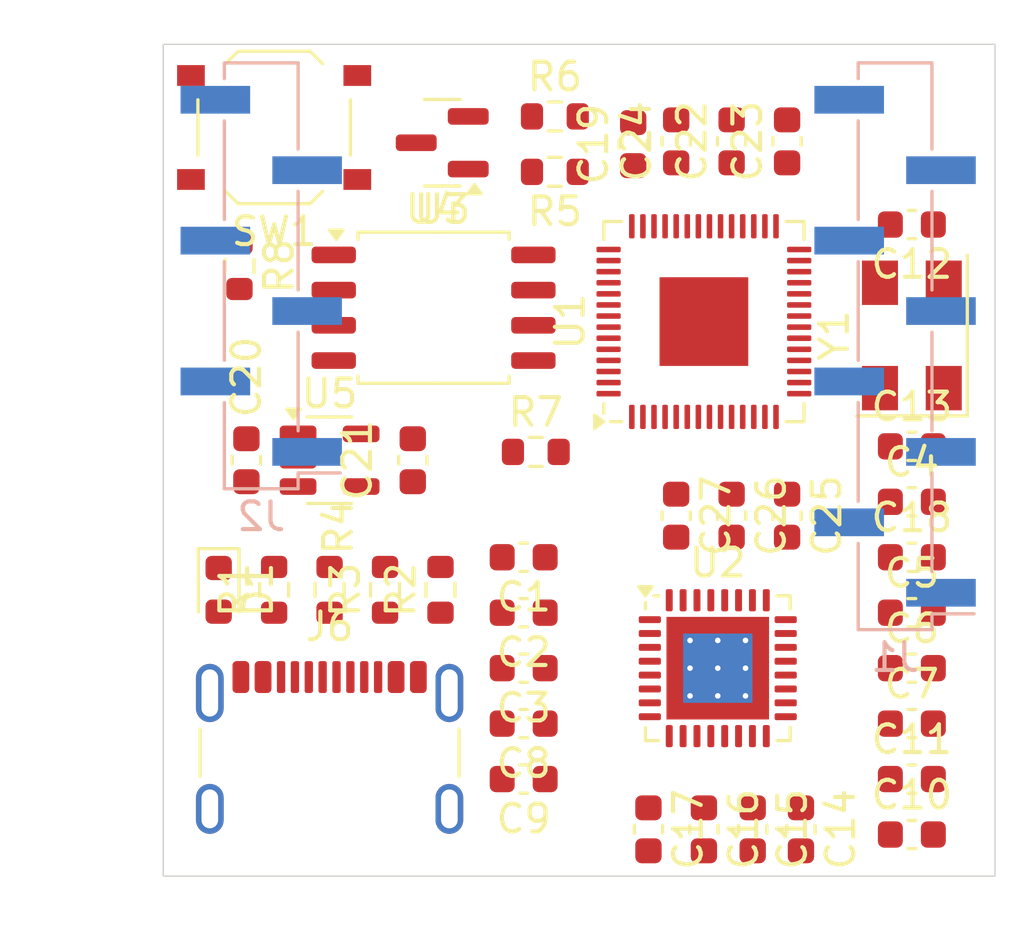
<source format=kicad_pcb>
(kicad_pcb (version 20240108) (generator "pcbnew") (generator_version "8.0")
  (layers (0 "F.Cu" signal) (31 "B.Cu" signal) (34 "B.Paste" user) (35 "F.Paste" user) (36 "B.SilkS" user "B.Silkscreen") (37 "F.SilkS" user "F.Silkscreen") (38 "B.Mask" user) (39 "F.Mask" user) (44 "Edge.Cuts" user))
  (net 0 "")
  (net 3 "/adc_4")
  (net 5 "GND")
  (net 6 "/MCLK")
  (net 7 "/SDOUT1")
  (net 8 "+3V3")
  (net 9 "/adc_2")
  (net 10 "Net-(U1-ADC_AVDD)")
  (net 13 "Net-(U1-USB_DM)")
  (net 16 "/adc_3")
  (net 17 "/SDA")
  (net 20 "Net-(U1-XOUT)")
  (net 22 "Net-(U1-XIN)")
  (net 23 "/SDIN1")
  (net 24 "/LRCK")
  (net 26 "/adc_1")
  (net 28 "/SDOUT2")
  (net 29 "/SDIN2")
  (net 30 "Net-(U1-VREG_VOUT)")
  (net 32 "/BICK")
  (net 34 "/RESET")
  (net 38 "/SCL")
  (net 41 "Net-(U1-USB_DP)")
  (net 42 "+3.3VA")
  (net 43 "+1V8")
  (net 44 "Net-(U2-AIN2R)")
  (net 45 "Net-(U2-AIN4L)")
  (net 46 "/SI")
  (net 47 "Net-(U2-AIN2L)")
  (net 48 "/OUT3")
  (net 49 "Net-(U2-VCOM)")
  (net 50 "Net-(U2-AIN1R)")
  (net 51 "/OUT2")
  (net 52 "Net-(U2-AIN4R)")
  (net 53 "/OUT4")
  (net 54 "/CAD")
  (net 55 "Net-(U2-AVDRV)")
  (net 56 "Net-(U2-AIN5R)")
  (net 57 "Net-(U2-VREFH)")
  (net 58 "Net-(U2-AIN1L)")
  (net 59 "/OUT1")
  (net 60 "Net-(U2-AIN5L)")
  (net 61 "/V_ADC")
  (net 62 "/IN1")
  (net 63 "/IN2")
  (net 64 "/IN3")
  (net 65 "/IN4")
  (net 66 "+5V")
  (net 67 "Net-(D1-A)")
  (net 68 "/USB_DP")
  (net 69 "/USB_DM")
  (net 70 "Net-(R7-Pad1)")
  (net 71 "/QSPI_CS")
  (net 72 "/QSPI_CLK")
  (net 73 "/QSPI_SD2")
  (net 74 "/QSPI_SD1")
  (net 75 "/QSPI_SD3")
  (net 76 "/QSPI_SD0")
  (net 77 "/PDN")
  (net 78 "Net-(J6-CC2)")
  (net 79 "Net-(J6-CC1)")
  (net 80 "+3.3V")
  (footprint "Capacitor_SMD:C_0603_1608Metric" (layer "F.Cu") (at 154.66 98.8125 -90)
    (property "Reference" "C17" (at 0 -1.43 90) (layer "F.SilkS"))
    (property "Value" "2u2")
    (fp_line (start -0.14058 0.51) (end 0.14058 0.51) (stroke (width 0.12)) (layer "F.SilkS"))
    (fp_line (start -0.14058 -0.51) (end 0.14058 -0.51) (stroke (width 0.12)) (layer "F.SilkS"))
    (pad "1" smd roundrect (at -0.775 0 270) (size 0.9 0.95) (layers "F.Cu" "F.Paste" "F.Mask") (net 52 "Net-(U2-AIN4R)"))
    (pad "2" smd roundrect (at 0.775 0 270) (size 0.9 0.95) (layers "F.Cu" "F.Paste" "F.Mask") (net 65 "/IN4"))
  )
  (footprint "Capacitor_SMD:C_0603_1608Metric" (layer "F.Cu") (at 154.11 74.1 90)
    (property "Reference" "C19" (at 0 -1.43 -90) (layer "F.SilkS"))
    (property "Value" "10u")
    (fp_line (start -0.14058 -0.51) (end 0.14058 -0.51) (stroke (width 0.12)) (layer "F.SilkS"))
    (fp_line (start -0.14058 0.51) (end 0.14058 0.51) (stroke (width 0.12)) (layer "F.SilkS"))
    (pad "1" smd roundrect (at -0.775 0 90) (size 0.9 0.95) (layers "F.Cu" "F.Paste" "F.Mask") (net 10 "Net-(U1-ADC_AVDD)"))
    (pad "2" smd roundrect (at 0.775 0 90) (size 0.9 0.95) (layers "F.Cu" "F.Paste" "F.Mask") (net 5 "GND"))
  )
  (footprint "Capacitor_SMD:C_0603_1608Metric" (layer "F.Cu") (at 155.66 74 90)
    (property "Reference" "C24" (at 0 -1.43 -90) (layer "F.SilkS"))
    (property "Value" "10u")
    (fp_line (start -0.14058 -0.51) (end 0.14058 -0.51) (stroke (width 0.12)) (layer "F.SilkS"))
    (fp_line (start -0.14058 0.51) (end 0.14058 0.51) (stroke (width 0.12)) (layer "F.SilkS"))
    (pad "1" smd roundrect (at -0.775 0 90) (size 0.9 0.95) (layers "F.Cu" "F.Paste" "F.Mask") (net 8 "+3V3"))
    (pad "2" smd roundrect (at 0.775 0 90) (size 0.9 0.95) (layers "F.Cu" "F.Paste" "F.Mask") (net 5 "GND"))
  )
  (footprint "Capacitor_SMD:C_0603_1608Metric" (layer "F.Cu") (at 150.16 97 180)
    (property "Reference" "C9" (at 0 -1.43 180) (layer "F.SilkS"))
    (property "Value" "100n")
    (fp_line (start -0.14058 0.51) (end 0.14058 0.51) (stroke (width 0.12)) (layer "F.SilkS"))
    (fp_line (start -0.14058 -0.51) (end 0.14058 -0.51) (stroke (width 0.12)) (layer "F.SilkS"))
    (pad "1" smd roundrect (at -0.775 0 180) (size 0.9 0.95) (layers "F.Cu" "F.Paste" "F.Mask") (net 60 "Net-(U2-AIN5L)"))
    (pad "2" smd roundrect (at 0.775 0 180) (size 0.9 0.95) (layers "F.Cu" "F.Paste" "F.Mask") (net 5 "GND"))
  )
  (footprint "Resistor_SMD:R_0603_1608Metric" (layer "F.Cu") (at 145.16 90.175 90)
    (property "Reference" "R3" (at 0 -1.43 -90) (layer "F.SilkS"))
    (property "Value" "22")
    (fp_line (start -0.237258 -0.5225) (end 0.237258 -0.5225) (stroke (width 0.12)) (layer "F.SilkS"))
    (fp_line (start -0.237258 0.5225) (end 0.237258 0.5225) (stroke (width 0.12)) (layer "F.SilkS"))
    (pad "1" smd roundrect (at -0.825 0 90) (size 0.8 0.95) (layers "F.Cu" "F.Paste" "F.Mask") (net 68 "/USB_DP"))
    (pad "2" smd roundrect (at 0.825 0 90) (size 0.8 0.95) (layers "F.Cu" "F.Paste" "F.Mask") (net 41 "Net-(U1-USB_DP)"))
  )
  (footprint "Resistor_SMD:R_0603_1608Metric" (layer "F.Cu") (at 150.5975 85.2)
    (property "Reference" "R7" (at 0 -1.43 0) (layer "F.SilkS"))
    (property "Value" "1k")
    (fp_line (start -0.237258 -0.5225) (end 0.237258 -0.5225) (stroke (width 0.12)) (layer "F.SilkS"))
    (fp_line (start -0.237258 0.5225) (end 0.237258 0.5225) (stroke (width 0.12)) (layer "F.SilkS"))
    (pad "1" smd roundrect (at -0.825 0) (size 0.8 0.95) (layers "F.Cu" "F.Paste" "F.Mask") (net 70 "Net-(R7-Pad1)"))
    (pad "2" smd roundrect (at 0.825 0) (size 0.8 0.95) (layers "F.Cu" "F.Paste" "F.Mask") (net 5 "GND"))
  )
  (footprint "Capacitor_SMD:C_0603_1608Metric" (layer "F.Cu") (at 150.16 91 180)
    (property "Reference" "C2" (at 0 -1.43 180) (layer "F.SilkS"))
    (property "Value" "100n")
    (fp_line (start -0.14058 0.51) (end 0.14058 0.51) (stroke (width 0.12)) (layer "F.SilkS"))
    (fp_line (start -0.14058 -0.51) (end 0.14058 -0.51) (stroke (width 0.12)) (layer "F.SilkS"))
    (pad "1" smd roundrect (at -0.775 0 180) (size 0.9 0.95) (layers "F.Cu" "F.Paste" "F.Mask") (net 43 "+1V8"))
    (pad "2" smd roundrect (at 0.775 0 180) (size 0.9 0.95) (layers "F.Cu" "F.Paste" "F.Mask") (net 5 "GND"))
  )
  (footprint "Resistor_SMD:R_0603_1608Metric" (layer "F.Cu") (at 143.16 90.175 90)
    (property "Reference" "R4" (at 2.26 0.31 -90) (layer "F.SilkS"))
    (property "Value" "22")
    (fp_line (start -0.237258 -0.5225) (end 0.237258 -0.5225) (stroke (width 0.12)) (layer "F.SilkS"))
    (fp_line (start -0.237258 0.5225) (end 0.237258 0.5225) (stroke (width 0.12)) (layer "F.SilkS"))
    (pad "1" smd roundrect (at -0.825 0 90) (size 0.8 0.95) (layers "F.Cu" "F.Paste" "F.Mask") (net 13 "Net-(U1-USB_DM)"))
    (pad "2" smd roundrect (at 0.825 0 90) (size 0.8 0.95) (layers "F.Cu" "F.Paste" "F.Mask") (net 69 "/USB_DM"))
  )
  (footprint "Capacitor_SMD:C_0603_1608Metric" (layer "F.Cu") (at 164.16 91)
    (property "Reference" "C5" (at 0 -1.43 0) (layer "F.SilkS"))
    (property "Value" "100n")
    (fp_line (start -0.14058 -0.51) (end 0.14058 -0.51) (stroke (width 0.12)) (layer "F.SilkS"))
    (fp_line (start -0.14058 0.51) (end 0.14058 0.51) (stroke (width 0.12)) (layer "F.SilkS"))
    (pad "1" smd roundrect (at -0.775 0) (size 0.9 0.95) (layers "F.Cu" "F.Paste" "F.Mask") (net 42 "+3.3VA"))
    (pad "2" smd roundrect (at 0.775 0) (size 0.9 0.95) (layers "F.Cu" "F.Paste" "F.Mask") (net 5 "GND"))
  )
  (footprint "Button_Switch_SMD:SW_Push_1P1T_XKB_TS-1187A" (layer "F.Cu") (at 141.16 73.5 180)
    (property "Reference" "SW1" (at 0 -3.75 180) (layer "F.SilkS"))
    (property "Value" "SW_Push")
    (fp_line (start 2.75 -1) (end 2.75 1) (stroke (width 0.12)) (layer "F.SilkS"))
    (fp_line (start 1.75 2.3) (end 1.3 2.75) (stroke (width 0.12)) (layer "F.SilkS"))
    (fp_line (start 1.75 -2.3) (end 1.3 -2.75) (stroke (width 0.12)) (layer "F.SilkS"))
    (fp_line (start -1.3 2.75) (end 1.3 2.75) (stroke (width 0.12)) (layer "F.SilkS"))
    (fp_line (start -1.3 -2.75) (end 1.3 -2.75) (stroke (width 0.12)) (layer "F.SilkS"))
    (fp_line (start -1.75 2.3) (end -1.3 2.75) (stroke (width 0.12)) (layer "F.SilkS"))
    (fp_line (start -1.75 -2.3) (end -1.3 -2.75) (stroke (width 0.12)) (layer "F.SilkS"))
    (fp_line (start -2.75 -1) (end -2.75 1) (stroke (width 0.12)) (layer "F.SilkS"))
    (pad "1" smd rect (at -3 -1.875 180) (size 1 0.75) (layers "F.Cu" "F.Paste" "F.Mask") (net 70 "Net-(R7-Pad1)"))
    (pad "1" smd rect (at 3 -1.875 180) (size 1 0.75) (layers "F.Cu" "F.Paste" "F.Mask") (net 70 "Net-(R7-Pad1)"))
    (pad "2" smd rect (at -3 1.875 180) (size 1 0.75) (layers "F.Cu" "F.Paste" "F.Mask") (net 71 "/QSPI_CS"))
    (pad "2" smd rect (at 3 1.875 180) (size 1 0.75) (layers "F.Cu" "F.Paste" "F.Mask") (net 71 "/QSPI_CS"))
  )
  (footprint "Resistor_SMD:R_0603_1608Metric" (layer "F.Cu") (at 139.91 78.5 -90)
    (property "Reference" "R8" (at 0 -1.43 90) (layer "F.SilkS"))
    (property "Value" "10k")
    (fp_line (start -0.237258 0.5225) (end 0.237258 0.5225) (stroke (width 0.12)) (layer "F.SilkS"))
    (fp_line (start -0.237258 -0.5225) (end 0.237258 -0.5225) (stroke (width 0.12)) (layer "F.SilkS"))
    (pad "1" smd roundrect (at -0.825 0 270) (size 0.8 0.95) (layers "F.Cu" "F.Paste" "F.Mask") (net 8 "+3V3"))
    (pad "2" smd roundrect (at 0.825 0 270) (size 0.8 0.95) (layers "F.Cu" "F.Paste" "F.Mask") (net 71 "/QSPI_CS"))
  )
  (footprint "Package_TO_SOT_SMD:SOT-23" (layer "F.Cu") (at 147.2225 74.05 180)
    (property "Reference" "U3" (at 0 -2.4 180) (layer "F.SilkS"))
    (property "Value" "LM4040DBZ-3")
    (fp_line (start 0 1.56) (end 0.65 1.56) (stroke (width 0.12)) (layer "F.SilkS"))
    (fp_line (start 0 1.56) (end -0.65 1.56) (stroke (width 0.12)) (layer "F.SilkS"))
    (fp_line (start 0 -1.56) (end 0.65 -1.56) (stroke (width 0.12)) (layer "F.SilkS"))
    (fp_line (start 0 -1.56) (end -0.65 -1.56) (stroke (width 0.12)) (layer "F.SilkS"))
    (fp_poly (pts (xy -1.1625 -1.51) (xy -1.4025 -1.84) (xy -0.9225 -1.84) (xy -1.1625 -1.51)) (stroke (width 0.12)) (fill solid) (layer "F.SilkS"))
    (pad "1" smd roundrect (at -0.9375 -0.95 180) (size 1.475 0.6) (layers "F.Cu" "F.Paste" "F.Mask") (net 61 "/V_ADC"))
    (pad "2" smd roundrect (at -0.9375 0.95 180) (size 1.475 0.6) (layers "F.Cu" "F.Paste" "F.Mask") (net 5 "GND"))
    (pad "3" smd roundrect (at 0.9375 0 180) (size 1.475 0.6) (layers "F.Cu" "F.Paste" "F.Mask"))
  )
  (footprint "Capacitor_SMD:C_0603_1608Metric" (layer "F.Cu") (at 164.16 85)
    (property "Reference" "C13" (at 0 -1.43 0) (layer "F.SilkS"))
    (property "Value" "C")
    (fp_line (start -0.14058 -0.51) (end 0.14058 -0.51) (stroke (width 0.12)) (layer "F.SilkS"))
    (fp_line (start -0.14058 0.51) (end 0.14058 0.51) (stroke (width 0.12)) (layer "F.SilkS"))
    (pad "1" smd roundrect (at -0.775 0) (size 0.9 0.95) (layers "F.Cu" "F.Paste" "F.Mask") (net 5 "GND"))
    (pad "2" smd roundrect (at 0.775 0) (size 0.9 0.95) (layers "F.Cu" "F.Paste" "F.Mask") (net 22 "Net-(U1-XIN)"))
  )
  (footprint "Package_SO:SOIC-8_5.23x5.23mm_P1.27mm" (layer "F.Cu") (at 146.91 80)
    (property "Reference" "U4" (at 0 -3.56 360) (layer "F.SilkS"))
    (property "Value" "W25Q16JVUXIQ")
    (fp_line (start -2.725 -2.725) (end -2.725 -2.465) (stroke (width 0.12)) (layer "F.SilkS"))
    (fp_line (start -2.725 2.725) (end -2.725 2.465) (stroke (width 0.12)) (layer "F.SilkS"))
    (fp_line (start 0 -2.725) (end -2.725 -2.725) (stroke (width 0.12)) (layer "F.SilkS"))
    (fp_line (start 0 -2.725) (end 2.725 -2.725) (stroke (width 0.12)) (layer "F.SilkS"))
    (fp_line (start 0 2.725) (end -2.725 2.725) (stroke (width 0.12)) (layer "F.SilkS"))
    (fp_line (start 0 2.725) (end 2.725 2.725) (stroke (width 0.12)) (layer "F.SilkS"))
    (fp_line (start 2.725 -2.725) (end 2.725 -2.465) (stroke (width 0.12)) (layer "F.SilkS"))
    (fp_line (start 2.725 2.725) (end 2.725 2.465) (stroke (width 0.12)) (layer "F.SilkS"))
    (fp_poly (pts (xy -3.5075 -2.465) (xy -3.7475 -2.795) (xy -3.2675 -2.795) (xy -3.5075 -2.465)) (stroke (width 0.12)) (fill solid) (layer "F.SilkS"))
    (pad "1" smd roundrect (at -3.6 -1.905) (size 1.6 0.6) (layers "F.Cu" "F.Paste" "F.Mask") (net 71 "/QSPI_CS"))
    (pad "2" smd roundrect (at -3.6 -0.635) (size 1.6 0.6) (layers "F.Cu" "F.Paste" "F.Mask") (net 74 "/QSPI_SD1"))
    (pad "3" smd roundrect (at -3.6 0.635) (size 1.6 0.6) (layers "F.Cu" "F.Paste" "F.Mask") (net 73 "/QSPI_SD2"))
    (pad "4" smd roundrect (at -3.6 1.905) (size 1.6 0.6) (layers "F.Cu" "F.Paste" "F.Mask") (net 5 "GND"))
    (pad "5" smd roundrect (at 3.6 1.905) (size 1.6 0.6) (layers "F.Cu" "F.Paste" "F.Mask") (net 76 "/QSPI_SD0"))
    (pad "6" smd roundrect (at 3.6 0.635) (size 1.6 0.6) (layers "F.Cu" "F.Paste" "F.Mask") (net 72 "/QSPI_CLK"))
    (pad "7" smd roundrect (at 3.6 -0.635) (size 1.6 0.6) (layers "F.Cu" "F.Paste" "F.Mask") (net 75 "/QSPI_SD3"))
    (pad "8" smd roundrect (at 3.6 -1.905) (size 1.6 0.6) (layers "F.Cu" "F.Paste" "F.Mask") (net 8 "+3V3"))
  )
  (footprint "Resistor_SMD:R_0603_1608Metric" (layer "F.Cu") (at 147.16 90.175 90)
    (property "Reference" "R2" (at 0 -1.43 -90) (layer "F.SilkS"))
    (property "Value" "5k1")
    (fp_line (start -0.237258 -0.5225) (end 0.237258 -0.5225) (stroke (width 0.12)) (layer "F.SilkS"))
    (fp_line (start -0.237258 0.5225) (end 0.237258 0.5225) (stroke (width 0.12)) (layer "F.SilkS"))
    (pad "1" smd roundrect (at -0.825 0 90) (size 0.8 0.95) (layers "F.Cu" "F.Paste" "F.Mask") (net 78 "Net-(J6-CC2)"))
    (pad "2" smd roundrect (at 0.825 0 90) (size 0.8 0.95) (layers "F.Cu" "F.Paste" "F.Mask") (net 5 "GND"))
  )
  (footprint "Resistor_SMD:R_0603_1608Metric" (layer "F.Cu") (at 151.285 73.1)
    (property "Reference" "R6" (at 0 -1.43 0) (layer "F.SilkS"))
    (property "Value" "200r")
    (fp_line (start -0.237258 -0.5225) (end 0.237258 -0.5225) (stroke (width 0.12)) (layer "F.SilkS"))
    (fp_line (start -0.237258 0.5225) (end 0.237258 0.5225) (stroke (width 0.12)) (layer "F.SilkS"))
    (pad "1" smd roundrect (at -0.825 0) (size 0.8 0.95) (layers "F.Cu" "F.Paste" "F.Mask") (net 61 "/V_ADC"))
    (pad "2" smd roundrect (at 0.825 0) (size 0.8 0.95) (layers "F.Cu" "F.Paste" "F.Mask") (net 8 "+3V3"))
  )
  (footprint "Capacitor_SMD:C_0603_1608Metric" (layer "F.Cu") (at 158.42 98.8125 -90)
    (property "Reference" "C15" (at 0 -1.43 90) (layer "F.SilkS"))
    (property "Value" "2u2")
    (fp_line (start -0.14058 0.51) (end 0.14058 0.51) (stroke (width 0.12)) (layer "F.SilkS"))
    (fp_line (start -0.14058 -0.51) (end 0.14058 -0.51) (stroke (width 0.12)) (layer "F.SilkS"))
    (pad "1" smd roundrect (at -0.775 0 270) (size 0.9 0.95) (layers "F.Cu" "F.Paste" "F.Mask") (net 50 "Net-(U2-AIN1R)"))
    (pad "2" smd roundrect (at 0.775 0 270) (size 0.9 0.95) (layers "F.Cu" "F.Paste" "F.Mask") (net 63 "/IN2"))
  )
  (footprint "Crystal:Crystal_SMD_Abracon_ABM3C-4Pin_5.0x3.2mm" (layer "F.Cu") (at 164.16 81 90)
    (property "Reference" "Y1" (at 0 -2.8 -90) (layer "F.SilkS"))
    (property "Value" "Crystal_GND24")
    (fp_line (start -2.9 -2) (end -2.9 2) (stroke (width 0.12)) (layer "F.SilkS"))
    (fp_line (start -2.9 2) (end 2.9 2) (stroke (width 0.12)) (layer "F.SilkS"))
    (pad "1" smd rect (at -1.9 1.15 90) (size 1.6 1.3) (layers "F.Cu" "F.Paste" "F.Mask") (net 22 "Net-(U1-XIN)"))
    (pad "2" smd rect (at 1.9 1.15 90) (size 1.6 1.3) (layers "F.Cu" "F.Paste" "F.Mask") (net 5 "GND"))
    (pad "3" smd rect (at 1.9 -1.15 90) (size 1.6 1.3) (layers "F.Cu" "F.Paste" "F.Mask") (net 20 "Net-(U1-XOUT)"))
    (pad "4" smd rect (at -1.9 -1.15 90) (size 1.6 1.3) (layers "F.Cu" "F.Paste" "F.Mask") (net 5 "GND"))
  )
  (footprint "Capacitor_SMD:C_0603_1608Metric" (layer "F.Cu") (at 155.66 87.5 -90)
    (property "Reference" "C27" (at 0 -1.43 90) (layer "F.SilkS"))
    (property "Value" "10u")
    (fp_line (start -0.14058 0.51) (end 0.14058 0.51) (stroke (width 0.12)) (layer "F.SilkS"))
    (fp_line (start -0.14058 -0.51) (end 0.14058 -0.51) (stroke (width 0.12)) (layer "F.SilkS"))
    (pad "1" smd roundrect (at -0.775 0 270) (size 0.9 0.95) (layers "F.Cu" "F.Paste" "F.Mask") (net 8 "+3V3"))
    (pad "2" smd roundrect (at 0.775 0 270) (size 0.9 0.95) (layers "F.Cu" "F.Paste" "F.Mask") (net 5 "GND"))
  )
  (footprint "Capacitor_SMD:C_0603_1608Metric" (layer "F.Cu") (at 146.16 85.5 -90)
    (property "Reference" "C21" (at 0 2 90) (layer "F.SilkS"))
    (property "Value" "100n")
    (fp_line (start -0.14058 0.51) (end 0.14058 0.51) (stroke (width 0.12)) (layer "F.SilkS"))
    (fp_line (start -0.14058 -0.51) (end 0.14058 -0.51) (stroke (width 0.12)) (layer "F.SilkS"))
    (pad "1" smd roundrect (at -0.775 0 270) (size 0.9 0.95) (layers "F.Cu" "F.Paste" "F.Mask") (net 80 "+3.3V"))
    (pad "2" smd roundrect (at 0.775 0 270) (size 0.9 0.95) (layers "F.Cu" "F.Paste" "F.Mask") (net 5 "GND"))
  )
  (footprint "Capacitor_SMD:C_0603_1608Metric" (layer "F.Cu") (at 156.66 98.8125 -90)
    (property "Reference" "C16" (at 0 -1.43 90) (layer "F.SilkS"))
    (property "Value" "2u2")
    (fp_line (start -0.14058 0.51) (end 0.14058 0.51) (stroke (width 0.12)) (layer "F.SilkS"))
    (fp_line (start -0.14058 -0.51) (end 0.14058 -0.51) (stroke (width 0.12)) (layer "F.SilkS"))
    (pad "1" smd roundrect (at -0.775 0 270) (size 0.9 0.95) (layers "F.Cu" "F.Paste" "F.Mask") (net 45 "Net-(U2-AIN4L)"))
    (pad "2" smd roundrect (at 0.775 0 270) (size 0.9 0.95) (layers "F.Cu" "F.Paste" "F.Mask") (net 64 "/IN3"))
  )
  (footprint "Capacitor_SMD:C_0603_1608Metric" (layer "F.Cu") (at 150.16 93 180)
    (property "Reference" "C3" (at 0 -1.43 180) (layer "F.SilkS"))
    (property "Value" "2u2")
    (fp_line (start -0.14058 0.51) (end 0.14058 0.51) (stroke (width 0.12)) (layer "F.SilkS"))
    (fp_line (start -0.14058 -0.51) (end 0.14058 -0.51) (stroke (width 0.12)) (layer "F.SilkS"))
    (pad "1" smd roundrect (at -0.775 0 180) (size 0.9 0.95) (layers "F.Cu" "F.Paste" "F.Mask") (net 55 "Net-(U2-AVDRV)"))
    (pad "2" smd roundrect (at 0.775 0 180) (size 0.9 0.95) (layers "F.Cu" "F.Paste" "F.Mask") (net 5 "GND"))
  )
  (footprint "Capacitor_SMD:C_0603_1608Metric" (layer "F.Cu") (at 164.16 95)
    (property "Reference" "C7" (at 0 -1.43 0) (layer "F.SilkS"))
    (property "Value" "2u2")
    (fp_line (start -0.14058 -0.51) (end 0.14058 -0.51) (stroke (width 0.12)) (layer "F.SilkS"))
    (fp_line (start -0.14058 0.51) (end 0.14058 0.51) (stroke (width 0.12)) (layer "F.SilkS"))
    (pad "1" smd roundrect (at -0.775 0) (size 0.9 0.95) (layers "F.Cu" "F.Paste" "F.Mask") (net 49 "Net-(U2-VCOM)"))
    (pad "2" smd roundrect (at 0.775 0) (size 0.9 0.95) (layers "F.Cu" "F.Paste" "F.Mask") (net 5 "GND"))
  )
  (footprint "Capacitor_SMD:C_0603_1608Metric" (layer "F.Cu") (at 140.16 85.5 -90)
    (property "Reference" "C20" (at -3 0 90) (layer "F.SilkS"))
    (property "Value" "100n")
    (fp_line (start -0.14058 0.51) (end 0.14058 0.51) (stroke (width 0.12)) (layer "F.SilkS"))
    (fp_line (start -0.14058 -0.51) (end 0.14058 -0.51) (stroke (width 0.12)) (layer "F.SilkS"))
    (pad "1" smd roundrect (at -0.775 0 270) (size 0.9 0.95) (layers "F.Cu" "F.Paste" "F.Mask") (net 66 "+5V"))
    (pad "2" smd roundrect (at 0.775 0 270) (size 0.9 0.95) (layers "F.Cu" "F.Paste" "F.Mask") (net 5 "GND"))
  )
  (footprint "Package_TO_SOT_SMD:SOT-23-5" (layer "F.Cu") (at 143.16 85.5)
    (property "Reference" "U5" (at 0 -2.4 0) (layer "F.SilkS"))
    (property "Value" "AP2112K-3.3")
    (fp_line (start 0 -1.56) (end -0.8 -1.56) (stroke (width 0.12)) (layer "F.SilkS"))
    (fp_line (start 0 -1.56) (end 0.8 -1.56) (stroke (width 0.12)) (layer "F.SilkS"))
    (fp_line (start 0 1.56) (end -0.8 1.56) (stroke (width 0.12)) (layer "F.SilkS"))
    (fp_line (start 0 1.56) (end 0.8 1.56) (stroke (width 0.12)) (layer "F.SilkS"))
    (fp_poly (pts (xy -1.3 -1.51) (xy -1.54 -1.84) (xy -1.06 -1.84) (xy -1.3 -1.51)) (stroke (width 0.12)) (fill solid) (layer "F.SilkS"))
    (pad "1" smd roundrect (at -1.1375 -0.95) (size 1.325 0.6) (layers "F.Cu" "F.Paste" "F.Mask") (net 66 "+5V"))
    (pad "2" smd roundrect (at -1.1375 0) (size 1.325 0.6) (layers "F.Cu" "F.Paste" "F.Mask") (net 5 "GND"))
    (pad "3" smd roundrect (at -1.1375 0.95) (size 1.325 0.6) (layers "F.Cu" "F.Paste" "F.Mask") (net 66 "+5V"))
    (pad "4" smd roundrect (at 1.1375 0.95) (size 1.325 0.6) (layers "F.Cu" "F.Paste" "F.Mask"))
    (pad "5" smd roundrect (at 1.1375 -0.95) (size 1.325 0.6) (layers "F.Cu" "F.Paste" "F.Mask") (net 80 "+3.3V"))
  )
  (footprint "Capacitor_SMD:C_0603_1608Metric" (layer "F.Cu") (at 164.16 97)
    (property "Reference" "C11" (at 0 -1.43 0) (layer "F.SilkS"))
    (property "Value" "100n")
    (fp_line (start -0.14058 -0.51) (end 0.14058 -0.51) (stroke (width 0.12)) (layer "F.SilkS"))
    (fp_line (start -0.14058 0.51) (end 0.14058 0.51) (stroke (width 0.12)) (layer "F.SilkS"))
    (pad "1" smd roundrect (at -0.775 0) (size 0.9 0.95) (layers "F.Cu" "F.Paste" "F.Mask") (net 47 "Net-(U2-AIN2L)"))
    (pad "2" smd roundrect (at 0.775 0) (size 0.9 0.95) (layers "F.Cu" "F.Paste" "F.Mask") (net 5 "GND"))
  )
  (footprint "Capacitor_SMD:C_0603_1608Metric" (layer "F.Cu") (at 157.66 87.5 -90)
    (property "Reference" "C26" (at 0 -1.43 90) (layer "F.SilkS"))
    (property "Value" "100n")
    (fp_line (start -0.14058 0.51) (end 0.14058 0.51) (stroke (width 0.12)) (layer "F.SilkS"))
    (fp_line (start -0.14058 -0.51) (end 0.14058 -0.51) (stroke (width 0.12)) (layer "F.SilkS"))
    (pad "1" smd roundrect (at -0.775 0 270) (size 0.9 0.95) (layers "F.Cu" "F.Paste" "F.Mask") (net 8 "+3V3"))
    (pad "2" smd roundrect (at 0.775 0 270) (size 0.9 0.95) (layers "F.Cu" "F.Paste" "F.Mask") (net 5 "GND"))
  )
  (footprint "Capacitor_SMD:C_0603_1608Metric" (layer "F.Cu") (at 160.16 98.8125 -90)
    (property "Reference" "C14" (at 0 -1.43 90) (layer "F.SilkS"))
    (property "Value" "2u2")
    (fp_line (start -0.14058 0.51) (end 0.14058 0.51) (stroke (width 0.12)) (layer "F.SilkS"))
    (fp_line (start -0.14058 -0.51) (end 0.14058 -0.51) (stroke (width 0.12)) (layer "F.SilkS"))
    (pad "1" smd roundrect (at -0.775 0 270) (size 0.9 0.95) (layers "F.Cu" "F.Paste" "F.Mask") (net 58 "Net-(U2-AIN1L)"))
    (pad "2" smd roundrect (at 0.775 0 270) (size 0.9 0.95) (layers "F.Cu" "F.Paste" "F.Mask") (net 62 "/IN1"))
  )
  (footprint "Capacitor_SMD:C_0603_1608Metric" (layer "F.Cu") (at 164.16 87)
    (property "Reference" "C4" (at 0 -1.43 0) (layer "F.SilkS"))
    (property "Value" "100n")
    (fp_line (start -0.14058 -0.51) (end 0.14058 -0.51) (stroke (width 0.12)) (layer "F.SilkS"))
    (fp_line (start -0.14058 0.51) (end 0.14058 0.51) (stroke (width 0.12)) (layer "F.SilkS"))
    (pad "1" smd roundrect (at -0.775 0) (size 0.9 0.95) (layers "F.Cu" "F.Paste" "F.Mask") (net 57 "Net-(U2-VREFH)"))
    (pad "2" smd roundrect (at 0.775 0) (size 0.9 0.95) (layers "F.Cu" "F.Paste" "F.Mask") (net 5 "GND"))
  )
  (footprint "Capacitor_SMD:C_0603_1608Metric" (layer "F.Cu") (at 150.16 95 180)
    (property "Reference" "C8" (at 0 -1.43 180) (layer "F.SilkS"))
    (property "Value" "100n")
    (fp_line (start -0.14058 0.51) (end 0.14058 0.51) (stroke (width 0.12)) (layer "F.SilkS"))
    (fp_line (start -0.14058 -0.51) (end 0.14058 -0.51) (stroke (width 0.12)) (layer "F.SilkS"))
    (pad "1" smd roundrect (at -0.775 0 180) (size 0.9 0.95) (layers "F.Cu" "F.Paste" "F.Mask") (net 56 "Net-(U2-AIN5R)"))
    (pad "2" smd roundrect (at 0.775 0 180) (size 0.9 0.95) (layers "F.Cu" "F.Paste" "F.Mask") (net 5 "GND"))
  )
  (footprint "Capacitor_SMD:C_0603_1608Metric" (layer "F.Cu") (at 159.66 74 90)
    (property "Reference" "C23" (at 0 -1.43 -90) (layer "F.SilkS"))
    (property "Value" "100n")
    (fp_line (start -0.14058 -0.51) (end 0.14058 -0.51) (stroke (width 0.12)) (layer "F.SilkS"))
    (fp_line (start -0.14058 0.51) (end 0.14058 0.51) (stroke (width 0.12)) (layer "F.SilkS"))
    (pad "1" smd roundrect (at -0.775 0 90) (size 0.9 0.95) (layers "F.Cu" "F.Paste" "F.Mask") (net 8 "+3V3"))
    (pad "2" smd roundrect (at 0.775 0 90) (size 0.9 0.95) (layers "F.Cu" "F.Paste" "F.Mask") (net 5 "GND"))
  )
  (footprint "Package_DFN_QFN:QFN-56-1EP_7x7mm_P0.4mm_EP3.2x3.2mm" (layer "F.Cu") (at 156.66 80.5 90)
    (property "Reference" "U1" (at 0 -4.83 -90) (layer "F.SilkS"))
    (property "Value" "RP2040")
    (fp_line (start 3.61 -3.61) (end 3.61 -2.96) (stroke (width 0.12)) (layer "F.SilkS"))
    (fp_line (start 2.96 -3.61) (end 3.61 -3.61) (stroke (width 0.12)) (layer "F.SilkS"))
    (fp_line (start -2.96 -3.61) (end -3.31 -3.61) (stroke (width 0.12)) (layer "F.SilkS"))
    (fp_line (start -3.61 -2.96) (end -3.61 -3.37) (stroke (width 0.12)) (layer "F.SilkS"))
    (fp_line (start 3.61 3.61) (end 3.61 2.96) (stroke (width 0.12)) (layer "F.SilkS"))
    (fp_line (start 2.96 3.61) (end 3.61 3.61) (stroke (width 0.12)) (layer "F.SilkS"))
    (fp_line (start -2.96 3.61) (end -3.61 3.61) (stroke (width 0.12)) (layer "F.SilkS"))
    (fp_line (start -3.61 3.61) (end -3.61 2.96) (stroke (width 0.12)) (layer "F.SilkS"))
    (fp_poly (pts (xy -3.61 -3.61) (xy -3.85 -3.94) (xy -3.37 -3.94) (xy -3.61 -3.61)) (stroke (width 0.12)) (fill solid) (layer "F.SilkS"))
    (pad "1" smd roundrect (at -3.4375 -2.6 90) (size 0.875 0.2) (layers "F.Cu" "F.Paste" "F.Mask") (net 8 "+3V3"))
    (pad "2" smd roundrect (at -3.4375 -2.2 90) (size 0.875 0.2) (layers "F.Cu" "F.Paste" "F.Mask"))
    (pad "3" smd roundrect (at -3.4375 -1.8 90) (size 0.875 0.2) (layers "F.Cu" "F.Paste" "F.Mask"))
    (pad "4" smd roundrect (at -3.4375 -1.4 90) (size 0.875 0.2) (layers "F.Cu" "F.Paste" "F.Mask"))
    (pad "5" smd roundrect (at -3.4375 -1 90) (size 0.875 0.2) (layers "F.Cu" "F.Paste" "F.Mask"))
    (pad "6" smd roundrect (at -3.4375 -0.6 90) (size 0.875 0.2) (layers "F.Cu" "F.Paste" "F.Mask"))
    (pad "7" smd roundrect (at -3.4375 -0.2 90) (size 0.875 0.2) (layers "F.Cu" "F.Paste" "F.Mask"))
    (pad "8" smd roundrect (at -3.4375 0.2 90) (size 0.875 0.2) (layers "F.Cu" "F.Paste" "F.Mask") (net 77 "/PDN"))
    (pad "9" smd roundrect (at -3.4375 0.6 90) (size 0.875 0.2) (layers "F.Cu" "F.Paste" "F.Mask") (net 6 "/MCLK"))
    (pad "10" smd roundrect (at -3.4375 1 90) (size 0.875 0.2) (layers "F.Cu" "F.Paste" "F.Mask") (net 8 "+3V3"))
    (pad "11" smd roundrect (at -3.4375 1.4 90) (size 0.875 0.2) (layers "F.Cu" "F.Paste" "F.Mask") (net 32 "/BICK"))
    (pad "12" smd roundrect (at -3.4375 1.8 90) (size 0.875 0.2) (layers "F.Cu" "F.Paste" "F.Mask") (net 24 "/LRCK"))
    (pad "13" smd roundrect (at -3.4375 2.2 90) (size 0.875 0.2) (layers "F.Cu" "F.Paste" "F.Mask") (net 23 "/SDIN1"))
    (pad "14" smd roundrect (at -3.4375 2.6 90) (size 0.875 0.2) (layers "F.Cu" "F.Paste" "F.Mask") (net 29 "/SDIN2"))
    (pad "15" smd roundrect (at -2.6 3.4375 90) (size 0.2 0.875) (layers "F.Cu" "F.Paste" "F.Mask") (net 7 "/SDOUT1"))
    (pad "16" smd roundrect (at -2.2 3.4375 90) (size 0.2 0.875) (layers "F.Cu" "F.Paste" "F.Mask") (net 28 "/SDOUT2"))
    (pad "17" smd roundrect (at -1.8 3.4375 90) (size 0.2 0.875) (layers "F.Cu" "F.Paste" "F.Mask"))
    (pad "18" smd roundrect (at -1.4 3.4375 90) (size 0.2 0.875) (layers "F.Cu" "F.Paste" "F.Mask"))
    (pad "19" smd roundrect (at -1 3.4375 90) (size 0.2 0.875) (layers "F.Cu" "F.Paste" "F.Mask"))
    (pad "20" smd roundrect (at -0.6 3.4375 90) (size 0.2 0.875) (layers "F.Cu" "F.Paste" "F.Mask") (net 22 "Net-(U1-XIN)"))
    (pad "21" smd roundrect (at -0.2 3.4375 90) (size 0.2 0.875) (layers "F.Cu" "F.Paste" "F.Mask") (net 20 "Net-(U1-XOUT)"))
    (pad "22" smd roundrect (at 0.2 3.4375 90) (size 0.2 0.875) (layers "F.Cu" "F.Paste" "F.Mask") (net 8 "+3V3"))
    (pad "23" smd roundrect (at 0.6 3.4375 90) (size 0.2 0.875) (layers "F.Cu" "F.Paste" "F.Mask") (net 30 "Net-(U1-VREG_VOUT)"))
    (pad "24" smd roundrect (at 1 3.4375 90) (size 0.2 0.875) (layers "F.Cu" "F.Paste" "F.Mask"))
    (pad "25" smd roundrect (at 1.4 3.4375 90) (size 0.2 0.875) (layers "F.Cu" "F.Paste" "F.Mask"))
    (pad "26" smd roundrect (at 1.8 3.4375 90) (size 0.2 0.875) (layers "F.Cu" "F.Paste" "F.Mask") (net 34 "/RESET"))
    (pad "27" smd roundrect (at 2.2 3.4375 90) (size 0.2 0.875) (layers "F.Cu" "F.Paste" "F.Mask"))
    (pad "28" smd roundrect (at 2.6 3.4375 90) (size 0.2 0.875) (layers "F.Cu" "F.Paste" "F.Mask"))
    (pad "29" smd roundrect (at 3.4375 2.6 90) (size 0.875 0.2) (layers "F.Cu" "F.Paste" "F.Mask"))
    (pad "30" smd roundrect (at 3.4375 2.2 90) (size 0.875 0.2) (layers "F.Cu" "F.Paste" "F.Mask"))
    (pad "31" smd roundrect (at 3.4375 1.8 90) (size 0.875 0.2) (layers "F.Cu" "F.Paste" "F.Mask") (net 17 "/SDA"))
    (pad "32" smd roundrect (at 3.4375 1.4 90) (size 0.875 0.2) (layers "F.Cu" "F.Paste" "F.Mask") (net 38 "/SCL"))
    (pad "33" smd roundrect (at 3.4375 1 90) (size 0.875 0.2) (layers "F.Cu" "F.Paste" "F.Mask") (net 8 "+3V3"))
    (pad "34" smd roundrect (at 3.4375 0.6 90) (size 0.875 0.2) (layers "F.Cu" "F.Paste" "F.Mask"))
    (pad "35" smd roundrect (at 3.4375 0.2 90) (size 0.875 0.2) (layers "F.Cu" "F.Paste" "F.Mask"))
    (pad "36" smd roundrect (at 3.4375 -0.2 90) (size 0.875 0.2) (layers "F.Cu" "F.Paste" "F.Mask"))
    (pad "37" smd roundrect (at 3.4375 -0.6 90) (size 0.875 0.2) (layers "F.Cu" "F.Paste" "F.Mask"))
    (pad "38" smd roundrect (at 3.4375 -1 90) (size 0.875 0.2) (layers "F.Cu" "F.Paste" "F.Mask") (net 26 "/adc_1"))
    (pad "39" smd roundrect (at 3.4375 -1.4 90) (size 0.875 0.2) (layers "F.Cu" "F.Paste" "F.Mask") (net 9 "/adc_2"))
    (pad "40" smd roundrect (at 3.4375 -1.8 90) (size 0.875 0.2) (layers "F.Cu" "F.Paste" "F.Mask") (net 16 "/adc_3"))
    (pad "41" smd roundrect (at 3.4375 -2.2 90) (size 0.875 0.2) (layers "F.Cu" "F.Paste" "F.Mask") (net 3 "/adc_4"))
    (pad "42" smd roundrect (at 3.4375 -2.6 90) (size 0.875 0.2) (layers "F.Cu" "F.Paste" "F.Mask") (net 8 "+3V3"))
    (pad "43" smd roundrect (at 2.6 -3.4375 90) (size 0.2 0.875) (layers "F.Cu" "F.Paste" "F.Mask") (net 10 "Net-(U1-ADC_AVDD)"))
    (pad "44" smd roundrect (at 2.2 -3.4375 90) (size 0.2 0.875) (layers "F.Cu" "F.Paste" "F.Mask") (net 8 "+3V3"))
    (pad "45" smd roundrect (at 1.8 -3.4375 90) (size 0.2 0.875) (layers "F.Cu" "F.Paste" "F.Mask") (net 30 "Net-(U1-VREG_VOUT)"))
    (pad "46" smd roundrect (at 1.4 -3.4375 90) (size 0.2 0.875) (layers "F.Cu" "F.Paste" "F.Mask") (net 13 "Net-(U1-USB_DM)"))
    (pad "47" smd roundrect (at 1 -3.4375 90) (size 0.2 0.875) (layers "F.Cu" "F.Paste" "F.Mask") (net 41 "Net-(U1-USB_DP)"))
    (pad "48" smd roundrect (at 0.6 -3.4375 90) (size 0.2 0.875) (layers "F.Cu" "F.Paste" "F.Mask") (net 8 "+3V3"))
    (pad "49" smd roundrect (at 0.2 -3.4375 90) (size 0.2 0.875) (layers "F.Cu" "F.Paste" "F.Mask") (net 8 "+3V3"))
    (pad "50" smd roundrect (at -0.2 -3.4375 90) (size 0.2 0.875) (layers "F.Cu" "F.Paste" "F.Mask") (net 30 "Net-(U1-VREG_VOUT)"))
    (pad "51" smd roundrect (at -0.6 -3.4375 90) (size 0.2 0.875) (layers "F.Cu" "F.Paste" "F.Mask") (net 75 "/QSPI_SD3"))
    (pad "52" smd roundrect (at -1 -3.4375 90) (size 0.2 0.875) (layers "F.Cu" "F.Paste" "F.Mask") (net 72 "/QSPI_CLK"))
    (pad "53" smd roundrect (at -1.4 -3.4375 90) (size 0.2 0.875) (layers "F.Cu" "F.Paste" "F.Mask") (net 76 "/QSPI_SD0"))
    (pad "54" smd roundrect (at -1.8 -3.4375 90) (size 0.2 0.875) (layers "F.Cu" "F.Paste" "F.Mask") (net 73 "/QSPI_SD2"))
    (pad "55" smd roundrect (at -2.2 -3.4375 90) (size 0.2 0.875) (layers "F.Cu" "F.Paste" "F.Mask") (net 74 "/QSPI_SD1"))
    (pad "56" smd roundrect (at -2.6 -3.4375 90) (size 0.2 0.875) (layers "F.Cu" "F.Paste" "F.Mask") (net 71 "/QSPI_CS"))
    (pad "57" smd rect (at 0 0 90) (size 3.2 3.2) (property pad_prop_heatsink) (layers "F.Cu" "F.Mask") (net 5 "GND"))
  )
  (footprint "Capacitor_SMD:C_0603_1608Metric" (layer "F.Cu") (at 164.16 89)
    (property "Reference" "C18" (at 0 -1.43 0) (layer "F.SilkS"))
    (property "Value" "10u")
    (fp_line (start -0.14058 -0.51) (end 0.14058 -0.51) (stroke (width 0.12)) (layer "F.SilkS"))
    (fp_line (start -0.14058 0.51) (end 0.14058 0.51) (stroke (width 0.12)) (layer "F.SilkS"))
    (pad "1" smd roundrect (at -0.775 0) (size 0.9 0.95) (layers "F.Cu" "F.Paste" "F.Mask") (net 57 "Net-(U2-VREFH)"))
    (pad "2" smd roundrect (at 0.775 0) (size 0.9 0.95) (layers "F.Cu" "F.Paste" "F.Mask") (net 5 "GND"))
  )
  (footprint "Capacitor_SMD:C_0603_1608Metric" (layer "F.Cu") (at 159.66 87.5 -90)
    (property "Reference" "C25" (at 0 -1.43 90) (layer "F.SilkS"))
    (property "Value" "10u")
    (fp_line (start -0.14058 0.51) (end 0.14058 0.51) (stroke (width 0.12)) (layer "F.SilkS"))
    (fp_line (start -0.14058 -0.51) (end 0.14058 -0.51) (stroke (width 0.12)) (layer "F.SilkS"))
    (pad "1" smd roundrect (at -0.775 0 270) (size 0.9 0.95) (layers "F.Cu" "F.Paste" "F.Mask") (net 8 "+3V3"))
    (pad "2" smd roundrect (at 0.775 0 270) (size 0.9 0.95) (layers "F.Cu" "F.Paste" "F.Mask") (net 5 "GND"))
  )
  (footprint "Capacitor_SMD:C_0603_1608Metric" (layer "F.Cu") (at 164.16 93)
    (property "Reference" "C6" (at 0 -1.43 0) (layer "F.SilkS"))
    (property "Value" "10u")
    (fp_line (start -0.14058 -0.51) (end 0.14058 -0.51) (stroke (width 0.12)) (layer "F.SilkS"))
    (fp_line (start -0.14058 0.51) (end 0.14058 0.51) (stroke (width 0.12)) (layer "F.SilkS"))
    (pad "1" smd roundrect (at -0.775 0) (size 0.9 0.95) (layers "F.Cu" "F.Paste" "F.Mask") (net 42 "+3.3VA"))
    (pad "2" smd roundrect (at 0.775 0) (size 0.9 0.95) (layers "F.Cu" "F.Paste" "F.Mask") (net 5 "GND"))
  )
  (footprint "Capacitor_SMD:C_0603_1608Metric" (layer "F.Cu") (at 164.16 77 180)
    (property "Reference" "C12" (at 0 -1.43 180) (layer "F.SilkS"))
    (property "Value" "C")
    (fp_line (start -0.14058 0.51) (end 0.14058 0.51) (stroke (width 0.12)) (layer "F.SilkS"))
    (fp_line (start -0.14058 -0.51) (end 0.14058 -0.51) (stroke (width 0.12)) (layer "F.SilkS"))
    (pad "1" smd roundrect (at -0.775 0 180) (size 0.9 0.95) (layers "F.Cu" "F.Paste" "F.Mask") (net 5 "GND"))
    (pad "2" smd roundrect (at 0.775 0 180) (size 0.9 0.95) (layers "F.Cu" "F.Paste" "F.Mask") (net 20 "Net-(U1-XOUT)"))
  )
  (footprint "Resistor_SMD:R_0603_1608Metric" (layer "F.Cu") (at 141.16 90.175 90)
    (property "Reference" "R1" (at 0 -1.43 -90) (layer "F.SilkS"))
    (property "Value" "5k1")
    (fp_line (start -0.237258 -0.5225) (end 0.237258 -0.5225) (stroke (width 0.12)) (layer "F.SilkS"))
    (fp_line (start -0.237258 0.5225) (end 0.237258 0.5225) (stroke (width 0.12)) (layer "F.SilkS"))
    (pad "1" smd roundrect (at -0.825 0 90) (size 0.8 0.95) (layers "F.Cu" "F.Paste" "F.Mask") (net 79 "Net-(J6-CC1)"))
    (pad "2" smd roundrect (at 0.825 0 90) (size 0.8 0.95) (layers "F.Cu" "F.Paste" "F.Mask") (net 5 "GND"))
  )
  (footprint "Capacitor_SMD:C_0603_1608Metric" (layer "F.Cu") (at 164.16 99)
    (property "Reference" "C10" (at 0 -1.43 0) (layer "F.SilkS"))
    (property "Value" "100n")
    (fp_line (start -0.14058 -0.51) (end 0.14058 -0.51) (stroke (width 0.12)) (layer "F.SilkS"))
    (fp_line (start -0.14058 0.51) (end 0.14058 0.51) (stroke (width 0.12)) (layer "F.SilkS"))
    (pad "1" smd roundrect (at -0.775 0) (size 0.9 0.95) (layers "F.Cu" "F.Paste" "F.Mask") (net 44 "Net-(U2-AIN2R)"))
    (pad "2" smd roundrect (at 0.775 0) (size 0.9 0.95) (layers "F.Cu" "F.Paste" "F.Mask") (net 5 "GND"))
  )
  (footprint "Diode_SMD:D_0603_1608Metric" (layer "F.Cu") (at 139.16 90.175 -90)
    (property "Reference" "D1" (at 0 -1.43 90) (layer "F.SilkS"))
    (property "Value" "D")
    (fp_line (start -1.485 0.735) (end 0.8 0.735) (stroke (width 0.12)) (layer "F.SilkS"))
    (fp_line (start -1.485 -0.735) (end -1.485 0.735) (stroke (width 0.12)) (layer "F.SilkS"))
    (fp_line (start 0.8 -0.735) (end -1.485 -0.735) (stroke (width 0.12)) (layer "F.SilkS"))
    (pad "1" smd roundrect (at -0.7875 0 270) (size 0.875 0.95) (layers "F.Cu" "F.Paste" "F.Mask") (net 66 "+5V"))
    (pad "2" smd roundrect (at 0.7875 0 270) (size 0.875 0.95) (layers "F.Cu" "F.Paste" "F.Mask") (net 67 "Net-(D1-A)"))
  )
  (footprint "Resistor_SMD:R_0603_1608Metric" (layer "F.Cu") (at 151.285 75.1 180)
    (property "Reference" "R5" (at 0 -1.43 180) (layer "F.SilkS"))
    (property "Value" "1")
    (fp_line (start -0.237258 0.5225) (end 0.237258 0.5225) (stroke (width 0.12)) (layer "F.SilkS"))
    (fp_line (start -0.237258 -0.5225) (end 0.237258 -0.5225) (stroke (width 0.12)) (layer "F.SilkS"))
    (pad "1" smd roundrect (at -0.825 0 180) (size 0.8 0.95) (layers "F.Cu" "F.Paste" "F.Mask") (net 10 "Net-(U1-ADC_AVDD)"))
    (pad "2" smd roundrect (at 0.825 0 180) (size 0.8 0.95) (layers "F.Cu" "F.Paste" "F.Mask") (net 61 "/V_ADC"))
  )
  (footprint "Capacitor_SMD:C_0603_1608Metric" (layer "F.Cu") (at 157.66 74 90)
    (property "Reference" "C22" (at 0 -1.43 -90) (layer "F.SilkS"))
    (property "Value" "10u")
    (fp_line (start -0.14058 -0.51) (end 0.14058 -0.51) (stroke (width 0.12)) (layer "F.SilkS"))
    (fp_line (start -0.14058 0.51) (end 0.14058 0.51) (stroke (width 0.12)) (layer "F.SilkS"))
    (pad "1" smd roundrect (at -0.775 0 90) (size 0.9 0.95) (layers "F.Cu" "F.Paste" "F.Mask") (net 8 "+3V3"))
    (pad "2" smd roundrect (at 0.775 0 90) (size 0.9 0.95) (layers "F.Cu" "F.Paste" "F.Mask") (net 5 "GND"))
  )
  (footprint "Package_DFN_QFN:QFN-32-1EP_5x5mm_P0.5mm_EP3.7x3.7mm_ThermalVias" (layer "F.Cu") (at 157.16 93)
    (property "Reference" "U2" (at 0 -3.8 0) (layer "F.SilkS"))
    (property "Value" "~")
    (fp_line (start -2.61 -2.135) (end -2.61 -2.37) (stroke (width 0.12)) (layer "F.SilkS"))
    (fp_line (start -2.61 2.61) (end -2.61 2.135) (stroke (width 0.12)) (layer "F.SilkS"))
    (fp_line (start -2.135 -2.61) (end -2.31 -2.61) (stroke (width 0.12)) (layer "F.SilkS"))
    (fp_line (start -2.135 2.61) (end -2.61 2.61) (stroke (width 0.12)) (layer "F.SilkS"))
    (fp_line (start 2.135 -2.61) (end 2.61 -2.61) (stroke (width 0.12)) (layer "F.SilkS"))
    (fp_line (start 2.135 2.61) (end 2.61 2.61) (stroke (width 0.12)) (layer "F.SilkS"))
    (fp_line (start 2.61 -2.61) (end 2.61 -2.135) (stroke (width 0.12)) (layer "F.SilkS"))
    (fp_line (start 2.61 2.61) (end 2.61 2.135) (stroke (width 0.12)) (layer "F.SilkS"))
    (fp_poly (pts (xy -2.61 -2.61) (xy -2.85 -2.94) (xy -2.37 -2.94) (xy -2.61 -2.61)) (stroke (width 0.12)) (fill solid) (layer "F.SilkS"))
    (pad "1" smd roundrect (at -2.45 -1.75) (size 0.8 0.25) (layers "F.Cu" "F.Paste" "F.Mask") (net 23 "/SDIN1"))
    (pad "2" smd roundrect (at -2.45 -1.25) (size 0.8 0.25) (layers "F.Cu" "F.Paste" "F.Mask") (net 29 "/SDIN2"))
    (pad "3" smd roundrect (at -2.45 -0.75) (size 0.8 0.25) (layers "F.Cu" "F.Paste" "F.Mask") (net 43 "+1V8"))
    (pad "4" smd roundrect (at -2.45 -0.25) (size 0.8 0.25) (layers "F.Cu" "F.Paste" "F.Mask") (net 5 "GND"))
    (pad "5" smd roundrect (at -2.45 0.25) (size 0.8 0.25) (layers "F.Cu" "F.Paste" "F.Mask") (net 55 "Net-(U2-AVDRV)"))
    (pad "6" smd roundrect (at -2.45 0.75) (size 0.8 0.25) (layers "F.Cu" "F.Paste" "F.Mask") (net 24 "/LRCK"))
    (pad "7" smd roundrect (at -2.45 1.25) (size 0.8 0.25) (layers "F.Cu" "F.Paste" "F.Mask") (net 32 "/BICK"))
    (pad "8" smd roundrect (at -2.45 1.75) (size 0.8 0.25) (layers "F.Cu" "F.Paste" "F.Mask") (net 6 "/MCLK"))
    (pad "9" smd roundrect (at -1.75 2.45) (size 0.25 0.8) (layers "F.Cu" "F.Paste" "F.Mask") (net 56 "Net-(U2-AIN5R)"))
    (pad "10" smd roundrect (at -1.25 2.45) (size 0.25 0.8) (layers "F.Cu" "F.Paste" "F.Mask") (net 52 "Net-(U2-AIN4R)"))
    (pad "11" smd roundrect (at -0.75 2.45) (size 0.25 0.8) (layers "F.Cu" "F.Paste" "F.Mask") (net 60 "Net-(U2-AIN5L)"))
    (pad "12" smd roundrect (at -0.25 2.45) (size 0.25 0.8) (layers "F.Cu" "F.Paste" "F.Mask") (net 45 "Net-(U2-AIN4L)"))
    (pad "13" smd roundrect (at 0.25 2.45) (size 0.25 0.8) (layers "F.Cu" "F.Paste" "F.Mask") (net 44 "Net-(U2-AIN2R)"))
    (pad "14" smd roundrect (at 0.75 2.45) (size 0.25 0.8) (layers "F.Cu" "F.Paste" "F.Mask") (net 50 "Net-(U2-AIN1R)"))
    (pad "15" smd roundrect (at 1.25 2.45) (size 0.25 0.8) (layers "F.Cu" "F.Paste" "F.Mask") (net 47 "Net-(U2-AIN2L)"))
    (pad "16" smd roundrect (at 1.75 2.45) (size 0.25 0.8) (layers "F.Cu" "F.Paste" "F.Mask") (net 58 "Net-(U2-AIN1L)"))
    (pad "17" smd roundrect (at 2.45 1.75) (size 0.8 0.25) (layers "F.Cu" "F.Paste" "F.Mask") (net 49 "Net-(U2-VCOM)"))
    (pad "18" smd roundrect (at 2.45 1.25) (size 0.8 0.25) (layers "F.Cu" "F.Paste" "F.Mask") (net 42 "+3.3VA"))
    (pad "19" smd roundrect (at 2.45 0.75) (size 0.8 0.25) (layers "F.Cu" "F.Paste" "F.Mask") (net 5 "GND"))
    (pad "20" smd roundrect (at 2.45 0.25) (size 0.8 0.25) (layers "F.Cu" "F.Paste" "F.Mask") (net 5 "GND"))
    (pad "21" smd roundrect (at 2.45 -0.25) (size 0.8 0.25) (layers "F.Cu" "F.Paste" "F.Mask") (net 57 "Net-(U2-VREFH)"))
    (pad "22" smd roundrect (at 2.45 -0.75) (size 0.8 0.25) (layers "F.Cu" "F.Paste" "F.Mask") (net 59 "/OUT1"))
    (pad "23" smd roundrect (at 2.45 -1.25) (size 0.8 0.25) (layers "F.Cu" "F.Paste" "F.Mask") (net 51 "/OUT2"))
    (pad "24" smd roundrect (at 2.45 -1.75) (size 0.8 0.25) (layers "F.Cu" "F.Paste" "F.Mask") (net 48 "/OUT3"))
    (pad "25" smd roundrect (at 1.75 -2.45) (size 0.25 0.8) (layers "F.Cu" "F.Paste" "F.Mask") (net 53 "/OUT4"))
    (pad "26" smd roundrect (at 1.25 -2.45) (size 0.25 0.8) (layers "F.Cu" "F.Paste" "F.Mask") (net 77 "/PDN"))
    (pad "27" smd roundrect (at 0.75 -2.45) (size 0.25 0.8) (layers "F.Cu" "F.Paste" "F.Mask") (net 54 "/CAD"))
    (pad "28" smd roundrect (at 0.25 -2.45) (size 0.25 0.8) (layers "F.Cu" "F.Paste" "F.Mask") (net 38 "/SCL"))
    (pad "29" smd roundrect (at -0.25 -2.45) (size 0.25 0.8) (layers "F.Cu" "F.Paste" "F.Mask") (net 46 "/SI"))
    (pad "30" smd roundrect (at -0.75 -2.45) (size 0.25 0.8) (layers "F.Cu" "F.Paste" "F.Mask") (net 17 "/SDA"))
    (pad "31" smd roundrect (at -1.25 -2.45) (size 0.25 0.8) (layers "F.Cu" "F.Paste" "F.Mask") (net 7 "/SDOUT1"))
    (pad "32" smd roundrect (at -1.75 -2.45) (size 0.25 0.8) (layers "F.Cu" "F.Paste" "F.Mask") (net 28 "/SDOUT2"))
    (pad "33" thru_hole circle (at -1 -1) (size 0.5 0.5) (drill 0.2) (property pad_prop_heatsink) (layers "*.Cu"))
    (pad "33" thru_hole circle (at -1 0) (size 0.5 0.5) (drill 0.2) (property pad_prop_heatsink) (layers "*.Cu"))
    (pad "33" thru_hole circle (at -1 1) (size 0.5 0.5) (drill 0.2) (property pad_prop_heatsink) (layers "*.Cu"))
    (pad "33" thru_hole circle (at 0 -1) (size 0.5 0.5) (drill 0.2) (property pad_prop_heatsink) (layers "*.Cu"))
    (pad "33" thru_hole circle (at 0 0) (size 0.5 0.5) (drill 0.2) (property pad_prop_heatsink) (layers "*.Cu"))
    (pad "33" smd rect (at 0 0) (size 2.5 2.5) (property pad_prop_heatsink) (layers "B.Cu"))
    (pad "33" smd rect (at 0 0) (size 3.7 3.7) (property pad_prop_heatsink) (layers "F.Cu" "F.Mask"))
    (pad "33" thru_hole circle (at 0 1) (size 0.5 0.5) (drill 0.2) (property pad_prop_heatsink) (layers "*.Cu"))
    (pad "33" thru_hole circle (at 1 -1) (size 0.5 0.5) (drill 0.2) (property pad_prop_heatsink) (layers "*.Cu"))
    (pad "33" thru_hole circle (at 1 0) (size 0.5 0.5) (drill 0.2) (property pad_prop_heatsink) (layers "*.Cu"))
    (pad "33" thru_hole circle (at 1 1) (size 0.5 0.5) (drill 0.2) (property pad_prop_heatsink) (layers "*.Cu"))
  )
  (footprint "Capacitor_SMD:C_0603_1608Metric" (layer "F.Cu") (at 150.16 89 180)
    (property "Reference" "C1" (at 0 -1.43 180) (layer "F.SilkS"))
    (property "Value" "10u")
    (fp_line (start -0.14058 0.51) (end 0.14058 0.51) (stroke (width 0.12)) (layer "F.SilkS"))
    (fp_line (start -0.14058 -0.51) (end 0.14058 -0.51) (stroke (width 0.12)) (layer "F.SilkS"))
    (pad "1" smd roundrect (at -0.775 0 180) (size 0.9 0.95) (layers "F.Cu" "F.Paste" "F.Mask") (net 43 "+1V8"))
    (pad "2" smd roundrect (at 0.775 0 180) (size 0.9 0.95) (layers "F.Cu" "F.Paste" "F.Mask") (net 5 "GND"))
  )
  (footprint "Connector_USB:USB_C_Receptacle_GCT_USB4105-xx-A_16P_TopMnt_Horizontal" (layer "F.Cu") (at 143.16 97)
    (property "Reference" "J6" (at 0 -5.5 0) (layer "F.SilkS"))
    (property "Value" "USB_C_Receptacle_USB2.0_14P")
    (fp_line (start -4.67 -0.1) (end -4.67 -1.8) (stroke (width 0.12)) (layer "F.SilkS"))
    (fp_line (start 4.67 -0.1) (end 4.67 -1.8) (stroke (width 0.12)) (layer "F.SilkS"))
    (pad "" np_thru_hole circle (at -2.89 -2.605) (size 0.65 0.65) (drill 0.65) (layers "F&B.Cu" "*.Mask"))
    (pad "" np_thru_hole circle (at 2.89 -2.605) (size 0.65 0.65) (drill 0.65) (layers "F&B.Cu" "*.Mask"))
    (pad "A1" smd roundrect (at -3.2 -3.68) (size 0.6 1.15) (layers "F.Cu" "F.Paste" "F.Mask") (net 5 "GND"))
    (pad "A4" smd roundrect (at -2.4 -3.68) (size 0.6 1.15) (layers "F.Cu" "F.Paste" "F.Mask") (net 67 "Net-(D1-A)"))
    (pad "A5" smd roundrect (at -1.25 -3.68) (size 0.3 1.15) (layers "F.Cu" "F.Paste" "F.Mask") (net 79 "Net-(J6-CC1)"))
    (pad "A6" smd roundrect (at -0.25 -3.68) (size 0.3 1.15) (layers "F.Cu" "F.Paste" "F.Mask") (net 68 "/USB_DP"))
    (pad "A7" smd roundrect (at 0.25 -3.68) (size 0.3 1.15) (layers "F.Cu" "F.Paste" "F.Mask") (net 69 "/USB_DM"))
    (pad "A8" smd roundrect (at 1.25 -3.68) (size 0.3 1.15) (layers "F.Cu" "F.Paste" "F.Mask"))
    (pad "A9" smd roundrect (at 2.4 -3.68) (size 0.6 1.15) (layers "F.Cu" "F.Paste" "F.Mask") (net 67 "Net-(D1-A)"))
    (pad "A12" smd roundrect (at 3.2 -3.68) (size 0.6 1.15) (layers "F.Cu" "F.Paste" "F.Mask") (net 5 "GND"))
    (pad "B1" smd roundrect (at 3.2 -3.68) (size 0.6 1.15) (layers "F.Cu" "F.Paste" "F.Mask") (net 5 "GND"))
    (pad "B4" smd roundrect (at 2.4 -3.68) (size 0.6 1.15) (layers "F.Cu" "F.Paste" "F.Mask") (net 67 "Net-(D1-A)"))
    (pad "B5" smd roundrect (at 1.75 -3.68) (size 0.3 1.15) (layers "F.Cu" "F.Paste" "F.Mask") (net 78 "Net-(J6-CC2)"))
    (pad "B6" smd roundrect (at 0.75 -3.68) (size 0.3 1.15) (layers "F.Cu" "F.Paste" "F.Mask") (net 68 "/USB_DP"))
    (pad "B7" smd roundrect (at -0.75 -3.68) (size 0.3 1.15) (layers "F.Cu" "F.Paste" "F.Mask") (net 69 "/USB_DM"))
    (pad "B8" smd roundrect (at -1.75 -3.68) (size 0.3 1.15) (layers "F.Cu" "F.Paste" "F.Mask"))
    (pad "B9" smd roundrect (at -2.4 -3.68) (size 0.6 1.15) (layers "F.Cu" "F.Paste" "F.Mask") (net 67 "Net-(D1-A)"))
    (pad "B12" smd roundrect (at -3.2 -3.68) (size 0.6 1.15) (layers "F.Cu" "F.Paste" "F.Mask") (net 5 "GND"))
    (pad "S1" thru_hole oval (at -4.32 -3.105) (size 1 2.1) (drill oval 0.6 1.7) (layers "*.Cu" "*.Mask" "F.Paste") (net 5 "GND"))
    (pad "S1" thru_hole oval (at -4.32 1.075) (size 1 1.8) (drill oval 0.6 1.4) (layers "*.Cu" "*.Mask" "F.Paste") (net 5 "GND"))
    (pad "S1" thru_hole oval (at 4.32 -3.105) (size 1 2.1) (drill oval 0.6 1.7) (layers "*.Cu" "*.Mask" "F.Paste") (net 5 "GND"))
    (pad "S1" thru_hole oval (at 4.32 1.075) (size 1 1.8) (drill oval 0.6 1.4) (layers "*.Cu" "*.Mask" "F.Paste") (net 5 "GND"))
  )
  (footprint "Connector_PinHeader_2.54mm:PinHeader_1x08_P2.54mm_Vertical_SMD_Pin1Right" (layer "B.Cu") (at 163.555 81.39)
    (property "Reference" "J1" (at 0 11.22 360) (layer "B.SilkS") (effects (justify mirror)))
    (property "Value" "Conn_01x08")
    (fp_line (start -1.33 -10.22) (end -1.33 -9.65) (stroke (width 0.12)) (layer "B.SilkS"))
    (fp_line (start -1.33 -8.13) (end -1.33 -4.57) (stroke (width 0.12)) (layer "B.SilkS"))
    (fp_line (start -1.33 -3.05) (end -1.33 0.51) (stroke (width 0.12)) (layer "B.SilkS"))
    (fp_line (start -1.33 2.03) (end -1.33 5.59) (stroke (width 0.12)) (layer "B.SilkS"))
    (fp_line (start -1.33 7.11) (end -1.33 10.22) (stroke (width 0.12)) (layer "B.SilkS"))
    (fp_line (start 1.33 -10.22) (end -1.33 -10.22) (stroke (width 0.12)) (layer "B.SilkS"))
    (fp_line (start 1.33 -10.22) (end 1.33 -7.11) (stroke (width 0.12)) (layer "B.SilkS"))
    (fp_line (start 1.33 -5.59) (end 1.33 -2.03) (stroke (width 0.12)) (layer "B.SilkS"))
    (fp_line (start 1.33 -0.51) (end 1.33 3.05) (stroke (width 0.12)) (layer "B.SilkS"))
    (fp_line (start 1.33 4.57) (end 1.33 8.13) (stroke (width 0.12)) (layer "B.SilkS"))
    (fp_line (start 1.33 9.65) (end 1.33 10.22) (stroke (width 0.12)) (layer "B.SilkS"))
    (fp_line (start 1.33 10.22) (end -1.33 10.22) (stroke (width 0.12)) (layer "B.SilkS"))
    (fp_line (start 2.85 9.65) (end 1.33 9.65) (stroke (width 0.12)) (layer "B.SilkS"))
    (pad "1" smd rect (at 1.655 8.89) (size 2.51 1) (layers "B.Cu" "B.Paste" "B.Mask") (net 62 "/IN1"))
    (pad "2" smd rect (at -1.655 6.35) (size 2.51 1) (layers "B.Cu" "B.Paste" "B.Mask") (net 63 "/IN2"))
    (pad "3" smd rect (at 1.655 3.81) (size 2.51 1) (layers "B.Cu" "B.Paste" "B.Mask") (net 64 "/IN3"))
    (pad "4" smd rect (at -1.655 1.27) (size 2.51 1) (layers "B.Cu" "B.Paste" "B.Mask") (net 65 "/IN4"))
    (pad "5" smd rect (at 1.655 -1.27) (size 2.51 1) (layers "B.Cu" "B.Paste" "B.Mask") (net 59 "/OUT1"))
    (pad "6" smd rect (at -1.655 -3.81) (size 2.51 1) (layers "B.Cu" "B.Paste" "B.Mask") (net 51 "/OUT2"))
    (pad "7" smd rect (at 1.655 -6.35) (size 2.51 1) (layers "B.Cu" "B.Paste" "B.Mask") (net 48 "/OUT3"))
    (pad "8" smd rect (at -1.655 -8.89) (size 2.51 1) (layers "B.Cu" "B.Paste" "B.Mask") (net 53 "/OUT4"))
  )
  (footprint "Connector_PinHeader_2.54mm:PinHeader_1x06_P2.54mm_Vertical_SMD_Pin1Right" (layer "B.Cu") (at 140.695 78.85)
    (property "Reference" "J2" (at 0 8.68 360) (layer "B.SilkS") (effects (justify mirror)))
    (property "Value" "Conn_01x06")
    (fp_line (start -1.33 -7.68) (end -1.33 -7.11) (stroke (width 0.12)) (layer "B.SilkS"))
    (fp_line (start -1.33 -5.59) (end -1.33 -2.03) (stroke (width 0.12)) (layer "B.SilkS"))
    (fp_line (start -1.33 -0.51) (end -1.33 3.05) (stroke (width 0.12)) (layer "B.SilkS"))
    (fp_line (start -1.33 4.57) (end -1.33 7.68) (stroke (width 0.12)) (layer "B.SilkS"))
    (fp_line (start 1.33 -7.68) (end -1.33 -7.68) (stroke (width 0.12)) (layer "B.SilkS"))
    (fp_line (start 1.33 -7.68) (end 1.33 -4.57) (stroke (width 0.12)) (layer "B.SilkS"))
    (fp_line (start 1.33 -3.05) (end 1.33 0.51) (stroke (width 0.12)) (layer "B.SilkS"))
    (fp_line (start 1.33 2.03) (end 1.33 5.59) (stroke (width 0.12)) (layer "B.SilkS"))
    (fp_line (start 1.33 7.11) (end 1.33 7.68) (stroke (width 0.12)) (layer "B.SilkS"))
    (fp_line (start 1.33 7.68) (end -1.33 7.68) (stroke (width 0.12)) (layer "B.SilkS"))
    (fp_line (start 2.85 7.11) (end 1.33 7.11) (stroke (width 0.12)) (layer "B.SilkS"))
    (pad "1" smd rect (at 1.655 6.35) (size 2.51 1) (layers "B.Cu" "B.Paste" "B.Mask") (net 8 "+3V3"))
    (pad "2" smd rect (at -1.655 3.81) (size 2.51 1) (layers "B.Cu" "B.Paste" "B.Mask") (net 5 "GND"))
    (pad "3" smd rect (at 1.655 1.27) (size 2.51 1) (layers "B.Cu" "B.Paste" "B.Mask") (net 26 "/adc_1"))
    (pad "4" smd rect (at -1.655 -1.27) (size 2.51 1) (layers "B.Cu" "B.Paste" "B.Mask") (net 9 "/adc_2"))
    (pad "5" smd rect (at 1.655 -3.81) (size 2.51 1) (layers "B.Cu" "B.Paste" "B.Mask") (net 16 "/adc_3"))
    (pad "6" smd rect (at -1.655 -6.35) (size 2.51 1) (layers "B.Cu" "B.Paste" "B.Mask") (net 3 "/adc_4"))
  )
  (gr_rect (start 137.16 70.5) (end 167.16 100.5) (stroke (width 0.05)) (fill none) (layer "Edge.Cuts"))
)
</source>
